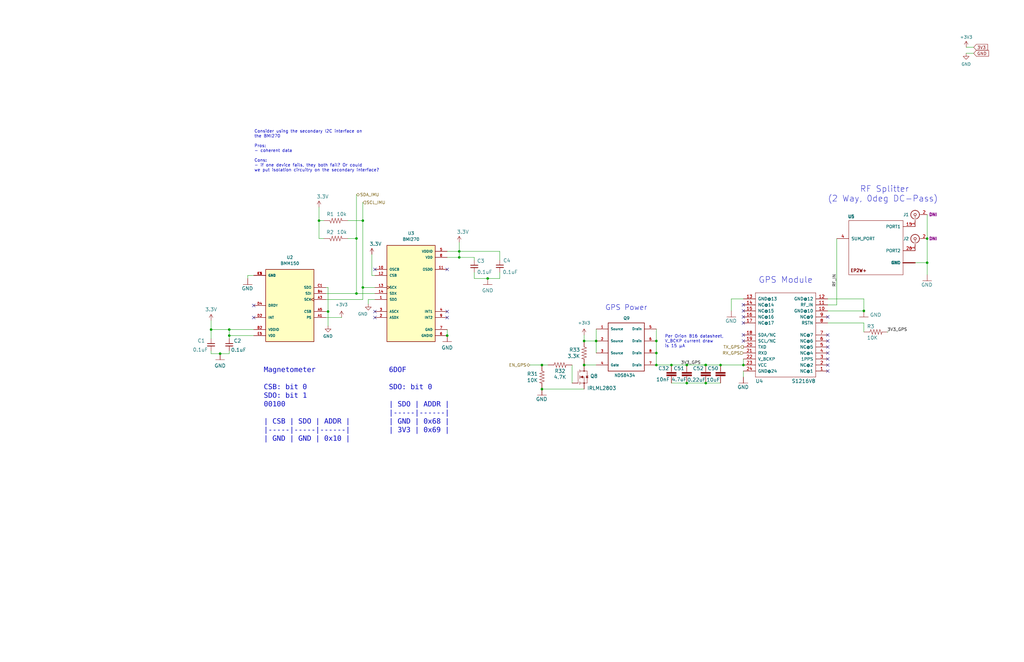
<source format=kicad_sch>
(kicad_sch (version 20230121) (generator eeschema)
  (paper "USLedger")
  (lib_symbols
    (symbol "Connector:Conn_Coaxial" (pin_names (offset 1.016) hide)
      (property "Reference" "J" (at 0.254 3.048 0))
      (property "Value" "Conn_Coaxial" (at 2.921 0 90))
      (symbol "Conn_Coaxial_0_1"
        (arc (start -1.778 -0.508) (mid 0.2311 -1.8066) (end 1.778 0) (stroke (width 0.254)))
        (polyline (pts (xy -2.54 0) (xy -0.508 0)))
        (polyline (pts (xy 0 -2.54) (xy 0 -1.778)))
        (circle (center 0 0) (radius 0.508) (stroke (width 0.2032)))
        (arc (start 1.778 0) (mid 0.2099 1.8101) (end -1.778 0.508) (stroke (width 0.254)))
      )
      (symbol "Conn_Coaxial_1_1"
        (pin passive line (at -5.08 0 0) (length 2.54) (name "In") (number "1"))
        (pin passive line (at 0 -5.08 90) (length 2.54) (name "Ext") (number "2"))
      )
    )
    (symbol "GND_2" (power) (pin_names (offset 0))
      (property "Value" "GND_2" (at 0 -3.81 0))
      (symbol "GND_2_0_1"
        (polyline (pts (xy 0 0) (xy 0 -1.27) (xy 1.27 -1.27) (xy 0 -2.54) (xy -1.27 -1.27) (xy 0 -1.27)))
      )
      (symbol "GND_2_1_1"
        (pin power_in line (at 0 0 270) (length 0) hide (name "GND") (number "1"))
      )
    )
    (symbol "mainboard:10KOHM-1_10W-1%(0603)0603" (pin_names (offset 1.016))
      (property "Reference" "R" (at -3.81 1.4986 0))
      (property "Value" "10KOHM-1_10W-1%(0603)0603" (at -3.81 -3.302 0))
      (symbol "10KOHM-1_10W-1%(0603)0603_1_0"
        (polyline (pts (xy -2.54 0) (xy -2.159 1.016)))
        (polyline (pts (xy -2.159 1.016) (xy -1.524 -1.016)))
        (polyline (pts (xy -1.524 -1.016) (xy -0.889 1.016)))
        (polyline (pts (xy -0.889 1.016) (xy -0.254 -1.016)))
        (polyline (pts (xy -0.254 -1.016) (xy 0.381 1.016)))
        (polyline (pts (xy 0.381 1.016) (xy 1.016 -1.016)))
        (polyline (pts (xy 1.016 -1.016) (xy 1.651 1.016)))
        (polyline (pts (xy 1.651 1.016) (xy 2.286 -1.016)))
        (polyline (pts (xy 2.286 -1.016) (xy 2.54 0)))
        (pin passive line (at -5.08 0 0) (length 2.54) (name "1") (number "1"))
        (pin passive line (at 5.08 0 180) (length 2.54) (name "2") (number "2"))
      )
    )
    (symbol "mainboard:3.3V" (power) (pin_names (offset 1.016))
      (property "Value" "3.3V" (at -1.016 3.556 0))
      (symbol "3.3V_1_0"
        (polyline (pts (xy 0 2.54) (xy -0.762 1.27)))
        (polyline (pts (xy 0.762 1.27) (xy 0 2.54)))
        (pin power_in line (at 0 0 90) (length 2.54) (name "3.3V") (number "1"))
      )
    )
    (symbol "mainboard:BMI270" (pin_names (offset 1.016))
      (property "Reference" "U" (at -10.16 21.082 0))
      (property "Value" "BMI270" (at -10.16 -22.86 0))
      (symbol "BMI270_0_0"
        (rectangle (start -10.16 -20.32) (end 10.16 20.32) (stroke (width 0.254)) (fill (type background)))
        (pin bidirectional line (at -15.24 -2.54 0) (length 5.08) (name "SDO") (number "1"))
        (pin input line (at -15.24 10.16 0) (length 5.08) (name "OSCB") (number "10"))
        (pin output line (at 15.24 10.16 180) (length 5.08) (name "OSDO") (number "11"))
        (pin input line (at -15.24 7.62 0) (length 5.08) (name "CSB") (number "12"))
        (pin input clock (at -15.24 2.54 0) (length 5.08) (name "SCX") (number "13"))
        (pin bidirectional line (at -15.24 0 0) (length 5.08) (name "SDX") (number "14"))
        (pin bidirectional line (at -15.24 -10.16 0) (length 5.08) (name "ASDX") (number "2"))
        (pin bidirectional line (at -15.24 -7.62 0) (length 5.08) (name "ASCX") (number "3"))
        (pin bidirectional line (at 15.24 -7.62 180) (length 5.08) (name "INT1") (number "4"))
        (pin power_in line (at 15.24 17.78 180) (length 5.08) (name "VDDIO") (number "5"))
        (pin power_in line (at 15.24 -17.78 180) (length 5.08) (name "GNDIO") (number "6"))
        (pin power_in line (at 15.24 -15.24 180) (length 5.08) (name "GND") (number "7"))
        (pin power_in line (at 15.24 15.24 180) (length 5.08) (name "VDD") (number "8"))
        (pin bidirectional line (at 15.24 -10.16 180) (length 5.08) (name "INT2") (number "9"))
      )
    )
    (symbol "mainboard:BMM150" (pin_names (offset 1.016))
      (property "Reference" "U" (at -10.16 16.51 0))
      (property "Value" "BMM150" (at -10.16 -16.51 0))
      (symbol "BMM150_0_0"
        (rectangle (start -10.16 -15.24) (end 10.16 15.24) (stroke (width 0.254)) (fill (type background)))
        (pin input line (at -15.24 5.08 0) (length 5.08) (name "PS") (number "A1"))
        (pin input clock (at -15.24 -2.54 0) (length 5.08) (name "SCK") (number "A3"))
        (pin input line (at -15.24 2.54 0) (length 5.08) (name "CSB") (number "A5"))
        (pin power_in line (at 15.24 10.16 180) (length 5.08) (name "VDDIO") (number "B2"))
        (pin bidirectional line (at -15.24 -5.08 0) (length 5.08) (name "SDI") (number "B4"))
        (pin output line (at -15.24 -7.62 0) (length 5.08) (name "SDO") (number "C1"))
        (pin power_in line (at 15.24 -12.7 180) (length 5.08) (name "GND") (number "C5"))
        (pin output line (at 15.24 5.08 180) (length 5.08) (name "INT") (number "D2"))
        (pin output line (at 15.24 0 180) (length 5.08) (name "DRDY") (number "D4"))
        (pin power_in line (at 15.24 -12.7 180) (length 5.08) (name "GND") (number "E1"))
        (pin power_in line (at 15.24 -12.7 180) (length 5.08) (name "GND") (number "E3"))
        (pin power_in line (at 15.24 12.7 180) (length 5.08) (name "VDD") (number "E5"))
      )
    )
    (symbol "mainboard:C_Small" (pin_numbers hide) (pin_names (offset 0.254) hide)
      (property "Reference" "C" (at 0.254 1.778 0))
      (property "Value" "C_Small" (at 0.254 -2.032 0))
      (symbol "C_Small_0_1"
        (polyline (pts (xy -1.524 -0.508) (xy 1.524 -0.508)) (stroke (width 0.3302)))
        (polyline (pts (xy -1.524 0.508) (xy 1.524 0.508)) (stroke (width 0.3048)))
      )
      (symbol "C_Small_1_1"
        (pin passive line (at 0 2.54 270) (length 2.032) (name "~") (number "1"))
        (pin passive line (at 0 -2.54 90) (length 2.032) (name "~") (number "2"))
      )
    )
    (symbol "mainboard:EP2W+" (pin_names (offset 1.016))
      (property "Reference" "U" (at -7.62 10.16 0))
      (symbol "EP2W+_1_0"
        (polyline (pts (xy -12.7 -15.24) (xy -12.7 7.62)))
        (polyline (pts (xy -12.7 7.62) (xy 10.16 7.62)))
        (polyline (pts (xy 10.16 -15.24) (xy -12.7 -15.24)))
        (polyline (pts (xy 10.16 7.62) (xy 10.16 -15.24)))
        (text "EP2W+" (at -5.08 -12.7 0) (effects (font (size 1.27 1.27) bold) (justify right top)))
        (pin bidirectional line (at 15.24 -10.16 180) (length 5.08) (name "GND") (number "1"))
        (pin bidirectional line (at 15.24 -10.16 180) (length 5.08) (name "GND") (number "10"))
        (pin bidirectional line (at 15.24 -10.16 180) (length 5.08) (name "GND") (number "11"))
        (pin bidirectional line (at 15.24 -10.16 180) (length 5.08) (name "GND") (number "12"))
        (pin bidirectional line (at 15.24 -10.16 180) (length 5.08) (name "GND") (number "13"))
        (pin bidirectional line (at 15.24 -10.16 180) (length 5.08) (name "GND") (number "14"))
        (pin bidirectional line (at 15.24 5.08 180) (length 5.08) (name "PORT1") (number "15"))
        (pin bidirectional line (at 15.24 -10.16 180) (length 5.08) (name "GND") (number "16"))
        (pin bidirectional line (at 15.24 -10.16 180) (length 5.08) (name "GND") (number "17"))
        (pin bidirectional line (at 15.24 -10.16 180) (length 5.08) (name "GND") (number "18"))
        (pin bidirectional line (at 15.24 -10.16 180) (length 5.08) (name "GND") (number "19"))
        (pin bidirectional line (at 15.24 -10.16 180) (length 5.08) (name "GND") (number "2"))
        (pin bidirectional line (at 15.24 -10.16 180) (length 5.08) (name "GND") (number "20"))
        (pin bidirectional line (at 15.24 -10.16 180) (length 5.08) (name "GND") (number "21"))
        (pin bidirectional line (at 15.24 -10.16 180) (length 5.08) (name "GND") (number "22"))
        (pin bidirectional line (at 15.24 -10.16 180) (length 5.08) (name "GND") (number "23"))
        (pin bidirectional line (at 15.24 -10.16 180) (length 5.08) (name "GND") (number "24"))
        (pin bidirectional line (at 15.24 -10.16 180) (length 5.08) (name "GND") (number "25"))
        (pin bidirectional line (at 15.24 -5.08 180) (length 5.08) (name "PORT2") (number "26"))
        (pin bidirectional line (at 15.24 -10.16 180) (length 5.08) (name "GND") (number "27"))
        (pin bidirectional line (at 15.24 -10.16 180) (length 5.08) (name "GND") (number "28"))
        (pin bidirectional line (at 15.24 -10.16 180) (length 5.08) (name "GND") (number "29"))
        (pin bidirectional line (at 15.24 -10.16 180) (length 5.08) (name "GND") (number "3"))
        (pin bidirectional line (at 15.24 -10.16 180) (length 5.08) (name "GND") (number "30"))
        (pin bidirectional line (at 15.24 -10.16 180) (length 5.08) (name "GND") (number "31"))
        (pin bidirectional line (at 15.24 -10.16 180) (length 5.08) (name "GND") (number "32"))
        (pin bidirectional line (at -17.78 0 0) (length 5.08) (name "SUM_PORT") (number "4"))
        (pin bidirectional line (at 15.24 -10.16 180) (length 5.08) (name "GND") (number "5"))
        (pin bidirectional line (at 15.24 -10.16 180) (length 5.08) (name "GND") (number "6"))
        (pin bidirectional line (at 15.24 -10.16 180) (length 5.08) (name "GND") (number "7"))
        (pin bidirectional line (at 15.24 -10.16 180) (length 5.08) (name "GND") (number "8"))
        (pin bidirectional line (at 15.24 -10.16 180) (length 5.08) (name "GND") (number "9"))
        (pin bidirectional line (at 15.24 -10.16 180) (length 5.08) (name "GND") (number "EP"))
      )
    )
    (symbol "mainboard:GND" (power) (pin_names (offset 1.016))
      (property "Value" "GND" (at -2.54 -2.54 0))
      (symbol "GND_1_0"
        (polyline (pts (xy -1.905 0) (xy 1.905 0)))
        (pin power_in line (at 0 2.54 270) (length 2.54) (name "GND") (number "1"))
      )
    )
    (symbol "mainboard:IRLML2803TRPBF" (pin_names (offset 1.016))
      (property "Reference" "Q" (at -11.43 1.27 0))
      (property "Value" "IRLML2803TRPBF" (at -11.43 3.81 0))
      (symbol "IRLML2803TRPBF_1_0"
        (polyline (pts (xy 0 2.54) (xy 0 -2.54)))
        (polyline (pts (xy 0.762 -2.54) (xy 0.762 -3.175)))
        (polyline (pts (xy 0.762 -1.905) (xy 0.762 -2.54)))
        (polyline (pts (xy 0.762 0) (xy 0.762 -0.762)))
        (polyline (pts (xy 0.762 0) (xy 2.54 0)))
        (polyline (pts (xy 0.762 0.762) (xy 0.762 0)))
        (polyline (pts (xy 0.762 2.54) (xy 0.762 1.905)))
        (polyline (pts (xy 0.762 2.54) (xy 3.81 2.54)))
        (polyline (pts (xy 0.762 3.175) (xy 0.762 2.54)))
        (polyline (pts (xy 2.54 -2.54) (xy 0.762 -2.54)))
        (polyline (pts (xy 2.54 -2.54) (xy 3.81 -2.54)))
        (polyline (pts (xy 2.54 0) (xy 2.54 -2.54)))
        (polyline (pts (xy 3.302 0.508) (xy 3.81 0.508)))
        (polyline (pts (xy 3.81 -0.508) (xy 3.81 -2.54)))
        (polyline (pts (xy 3.81 0.508) (xy 3.81 -0.508)))
        (polyline (pts (xy 3.81 0.508) (xy 4.318 0.508)))
        (polyline (pts (xy 3.81 2.54) (xy 3.81 0.508)))
        (polyline (pts (xy 1.016 0) (xy 2.032 0.508) (xy 2.032 -0.508)) (fill (type outline)))
        (polyline (pts (xy 3.81 0.508) (xy 3.302 -0.254) (xy 4.318 -0.254)) (fill (type outline)))
        (circle (center 2.54 -2.54) (radius 0.254))
        (circle (center 2.54 2.54) (radius 0.254))
        (pin passive line (at -2.54 -2.54 0) (length 2.54) (name "G") (number "1"))
        (pin passive line (at 2.54 -5.08 90) (length 2.54) (name "S") (number "2"))
        (pin passive line (at 2.54 5.08 270) (length 2.54) (name "D") (number "3"))
      )
    )
    (symbol "mainboard:NDS8434" (pin_names (offset 1.016))
      (symbol "NDS8434_0_0"
        (polyline (pts (xy -7.62 -10.16) (xy -7.62 10.16)) (stroke (width 0.254)))
        (polyline (pts (xy -7.62 10.16) (xy 7.62 10.16)) (stroke (width 0.254)))
        (polyline (pts (xy 7.62 -10.16) (xy -7.62 -10.16)) (stroke (width 0.254)))
        (polyline (pts (xy 7.62 10.16) (xy 7.62 -10.16)) (stroke (width 0.254)))
        (pin bidirectional line (at -12.7 7.62 0) (length 5.08) (name "Source") (number "1"))
        (pin bidirectional line (at -12.7 2.54 0) (length 5.08) (name "Source") (number "2"))
        (pin bidirectional line (at -12.7 -2.54 0) (length 5.08) (name "Source") (number "3"))
        (pin bidirectional line (at -12.7 -7.62 0) (length 5.08) (name "Gate") (number "4"))
        (pin bidirectional line (at 12.7 7.62 180) (length 5.08) (name "Drain") (number "5"))
        (pin bidirectional line (at 12.7 2.54 180) (length 5.08) (name "Drain") (number "6"))
        (pin bidirectional line (at 12.7 -7.62 180) (length 5.08) (name "Drain") (number "7"))
        (pin bidirectional line (at 12.7 -2.54 180) (length 5.08) (name "Drain") (number "8"))
      )
    )
    (symbol "mainboard:R-US_R0603" (pin_names (offset 1.016))
      (property "Reference" "R" (at -3.81 1.4986 0))
      (property "Value" "R-US_R0603" (at -3.81 -3.302 0))
      (symbol "R-US_R0603_1_0"
        (polyline (pts (xy -2.54 0) (xy -2.159 1.016)))
        (polyline (pts (xy -2.159 1.016) (xy -1.524 -1.016)))
        (polyline (pts (xy -1.524 -1.016) (xy -0.889 1.016)))
        (polyline (pts (xy -0.889 1.016) (xy -0.254 -1.016)))
        (polyline (pts (xy -0.254 -1.016) (xy 0.381 1.016)))
        (polyline (pts (xy 0.381 1.016) (xy 1.016 -1.016)))
        (polyline (pts (xy 1.016 -1.016) (xy 1.651 1.016)))
        (polyline (pts (xy 1.651 1.016) (xy 2.286 -1.016)))
        (polyline (pts (xy 2.286 -1.016) (xy 2.54 0)))
        (pin passive line (at -5.08 0 0) (length 2.54) (name "1") (number "1"))
        (pin passive line (at 5.08 0 180) (length 2.54) (name "2") (number "2"))
      )
    )
    (symbol "mainboard:S1216V8" (pin_names (offset 1.016))
      (property "Reference" "U14" (at -12.7 -20.32 0))
      (property "Value" "S1216V8" (at 2.54 -20.32 0))
      (symbol "S1216V8_1_0"
        (polyline (pts (xy -12.7 -17.78) (xy 12.7 -17.78)))
        (polyline (pts (xy -12.7 17.78) (xy -12.7 -17.78)))
        (polyline (pts (xy 12.7 -17.78) (xy 12.7 17.78)))
        (polyline (pts (xy 12.7 17.78) (xy -12.7 17.78)))
        (pin bidirectional line (at 17.78 -15.24 180) (length 5.08) (name "NC@1") (number "1"))
        (pin bidirectional line (at 17.78 10.16 180) (length 5.08) (name "GND@10") (number "10"))
        (pin bidirectional line (at 17.78 12.7 180) (length 5.08) (name "RF_IN") (number "11"))
        (pin bidirectional line (at 17.78 15.24 180) (length 5.08) (name "GND@12") (number "12"))
        (pin bidirectional line (at -17.78 15.24 0) (length 5.08) (name "GND@13") (number "13"))
        (pin bidirectional line (at -17.78 12.7 0) (length 5.08) (name "NC@14") (number "14"))
        (pin bidirectional line (at -17.78 10.16 0) (length 5.08) (name "NC@15") (number "15"))
        (pin bidirectional line (at -17.78 7.62 0) (length 5.08) (name "NC@16") (number "16"))
        (pin bidirectional line (at -17.78 5.08 0) (length 5.08) (name "NC@17") (number "17"))
        (pin bidirectional line (at -17.78 0 0) (length 5.08) (name "SDA/NC") (number "18"))
        (pin bidirectional line (at -17.78 -2.54 0) (length 5.08) (name "SCL/NC") (number "19"))
        (pin bidirectional line (at 17.78 -12.7 180) (length 5.08) (name "NC@2") (number "2"))
        (pin bidirectional line (at -17.78 -5.08 0) (length 5.08) (name "TXD") (number "20"))
        (pin bidirectional line (at -17.78 -7.62 0) (length 5.08) (name "RXD") (number "21"))
        (pin bidirectional line (at -17.78 -10.16 0) (length 5.08) (name "V_BCKP") (number "22"))
        (pin bidirectional line (at -17.78 -12.7 0) (length 5.08) (name "VCC") (number "23"))
        (pin bidirectional line (at -17.78 -15.24 0) (length 5.08) (name "GND@24") (number "24"))
        (pin bidirectional line (at 17.78 -10.16 180) (length 5.08) (name "1PPS") (number "3"))
        (pin bidirectional line (at 17.78 -7.62 180) (length 5.08) (name "NC@4") (number "4"))
        (pin bidirectional line (at 17.78 -5.08 180) (length 5.08) (name "NC@5") (number "5"))
        (pin bidirectional line (at 17.78 -2.54 180) (length 5.08) (name "NC@6") (number "6"))
        (pin bidirectional line (at 17.78 0 180) (length 5.08) (name "NC@7") (number "7"))
        (pin bidirectional line (at 17.78 5.08 180) (length 5.08) (name "RSTN") (number "8"))
        (pin bidirectional line (at 17.78 7.62 180) (length 5.08) (name "NC@9") (number "9"))
      )
    )
    (symbol "power:+3V3" (power) (pin_names (offset 0))
      (property "Value" "+3V3" (at 0 3.556 0))
      (symbol "+3V3_0_1"
        (polyline (pts (xy -0.762 1.27) (xy 0 2.54)))
        (polyline (pts (xy 0 0) (xy 0 2.54)))
        (polyline (pts (xy 0 2.54) (xy 0.762 1.27)))
      )
      (symbol "+3V3_1_1"
        (pin power_in line (at 0 0 90) (length 0) hide (name "+3V3") (number "1"))
      )
    )
    (symbol "power:GND" (power) (pin_names (offset 0))
      (property "Value" "GND" (at 0 -3.81 0))
      (symbol "GND_0_1"
        (polyline (pts (xy 0 0) (xy 0 -1.27) (xy 1.27 -1.27) (xy 0 -2.54) (xy -1.27 -1.27) (xy 0 -1.27)))
      )
      (symbol "GND_1_1"
        (pin power_in line (at 0 0 270) (length 0) hide (name "GND") (number "1"))
      )
    )
    (symbol "pycubed_mainboard:10NF_10000PF-50V-10%(0603)" (pin_names (offset 1.016))
      (property "Reference" "C" (at 1.524 2.921 0))
      (property "Value" "10NF_10000PF-50V-10%(0603)" (at 1.524 -2.159 0))
      (symbol "10NF_10000PF-50V-10%(0603)_1_0"
        (rectangle (start -2.032 0.508) (end 2.032 1.016) (fill (type outline)))
        (rectangle (start -2.032 1.524) (end 2.032 2.032) (fill (type outline)))
        (polyline (pts (xy 0 0) (xy 0 0.508)))
        (polyline (pts (xy 0 2.54) (xy 0 2.032)))
        (pin passive line (at 0 5.08 270) (length 2.54) (name "1") (number "1"))
        (pin passive line (at 0 -2.54 90) (length 2.54) (name "2") (number "2"))
      )
    )
  )
  (junction (at 390.9568 100.711))
  (junction (at 150.3172 100.6348))
  (junction (at 89.0016 139.0904))
  (junction (at 153.0096 121.3104))
  (junction (at 297.5356 154.0256))
  (junction (at 228.5238 164.211))
  (junction (at 390.9568 110.871))
  (junction (at 283.1338 154.051))
  (junction (at 96.6724 141.6304))
  (junction (at 289.6108 154.051))
  (junction (at 251.3838 143.891))
  (junction (at 193.6496 106.0704))
  (junction (at 153.0096 93.1164))
  (junction (at 150.3172 123.8504))
  (junction (at 297.6118 161.671))
  (junction (at 92.8116 149.2504))
  (junction (at 138.3284 131.4704))
  (junction (at 134.5184 93.1164))
  (junction (at 276.7838 148.971))
  (junction (at 96.6724 139.0904))
  (junction (at 276.7838 143.891))
  (junction (at 289.6108 161.671))
  (junction (at 246.3038 154.051))
  (junction (at 313.4868 154.051))
  (junction (at 205.6384 117.5004))
  (junction (at 364.2868 131.191))
  (junction (at 303.8348 154.051))
  (junction (at 193.6496 108.6104))
  (junction (at 228.5238 154.051))
  (junction (at 246.3038 143.891))
  (junction (at 297.6118 154.051))
  (junction (at 276.7838 154.051))
  (junction (at 188.5696 141.6304))
  (no_connect (at 313.4868 131.191))
  (no_connect (at 106.9848 128.9304))
  (no_connect (at 349.0468 133.731))
  (no_connect (at 349.0468 148.971))
  (no_connect (at 188.5696 134.0104))
  (no_connect (at 158.0896 134.0104))
  (no_connect (at 349.0468 154.051))
  (no_connect (at 313.4868 141.351))
  (no_connect (at 158.0896 113.6904))
  (no_connect (at 188.5696 131.4704))
  (no_connect (at 349.0468 141.351))
  (no_connect (at 313.4868 128.651))
  (no_connect (at 313.4868 133.731))
  (no_connect (at 106.9848 134.0104))
  (no_connect (at 349.0468 156.591))
  (no_connect (at 349.0468 146.431))
  (no_connect (at 313.4868 143.891))
  (no_connect (at 349.0468 151.511))
  (no_connect (at 158.0896 131.4704))
  (no_connect (at 349.0468 143.891))
  (no_connect (at 313.4868 136.271))
  (no_connect (at 188.5696 113.6904))
  (wire (pts (xy 231.0638 154.051) (xy 228.5238 154.051)))
  (wire (pts (xy 385.8768 110.871) (xy 390.9568 110.871)))
  (wire (pts (xy 210.7692 117.5004) (xy 210.7692 114.9096)))
  (wire (pts (xy 158.0896 116.2304) (xy 156.8196 116.2304)))
  (wire (pts (xy 96.6724 149.2504) (xy 96.6724 148.0312)))
  (wire (pts (xy 153.0096 126.3904) (xy 153.0096 121.3104)))
  (wire (pts (xy 106.9848 116.2304) (xy 104.4448 116.2304)))
  (wire (pts (xy 137.4648 121.3104) (xy 138.3284 121.3104)))
  (wire (pts (xy 153.0096 93.1164) (xy 153.0096 121.3104)))
  (wire (pts (xy 193.6496 108.6104) (xy 193.6496 106.0704)))
  (wire (pts (xy 96.6724 139.0904) (xy 96.6724 141.6304)))
  (wire (pts (xy 352.8568 100.711) (xy 352.8568 128.651)))
  (wire (pts (xy 246.3038 164.211) (xy 228.5238 164.211)))
  (wire (pts (xy 136.5504 100.6348) (xy 134.5184 100.6348)))
  (wire (pts (xy 134.5184 100.6348) (xy 134.5184 93.1164)))
  (wire (pts (xy 153.0096 121.3104) (xy 158.0896 121.3104)))
  (wire (pts (xy 153.0096 85.4456) (xy 153.0096 93.1164)))
  (wire (pts (xy 276.7838 138.811) (xy 276.7838 143.891)))
  (wire (pts (xy 136.5504 93.1164) (xy 134.5184 93.1164)))
  (wire (pts (xy 210.7692 106.0704) (xy 210.7692 109.8296)))
  (wire (pts (xy 390.9568 100.711) (xy 390.9568 110.871)))
  (wire (pts (xy 188.5696 139.0904) (xy 188.5696 141.6304)))
  (wire (pts (xy 144.018 134.0104) (xy 144.018 133.858)))
  (wire (pts (xy 137.4648 131.4704) (xy 138.3284 131.4704)))
  (wire (pts (xy 199.9996 117.5004) (xy 205.6384 117.5004)))
  (wire (pts (xy 283.1338 161.671) (xy 289.6108 161.671)))
  (wire (pts (xy 104.4448 116.2304) (xy 104.4448 117.5004)))
  (wire (pts (xy 89.0016 149.2504) (xy 92.8116 149.2504)))
  (wire (pts (xy 407.416 19.9644) (xy 410.591 19.9644)))
  (wire (pts (xy 96.6724 141.6304) (xy 106.9848 141.6304)))
  (wire (pts (xy 89.0016 135.2296) (xy 89.0016 139.0904)))
  (wire (pts (xy 137.4648 123.8504) (xy 150.3172 123.8504)))
  (wire (pts (xy 188.5696 108.6104) (xy 193.6496 108.6104)))
  (wire (pts (xy 349.0468 136.271) (xy 364.2868 136.271)))
  (wire (pts (xy 276.7838 143.891) (xy 276.7838 148.971)))
  (wire (pts (xy 251.3838 148.971) (xy 251.3838 143.891)))
  (wire (pts (xy 210.7692 106.0704) (xy 193.6496 106.0704)))
  (wire (pts (xy 89.0016 148.0312) (xy 89.0016 149.2504)))
  (wire (pts (xy 297.6118 161.671) (xy 303.8348 161.671)))
  (wire (pts (xy 364.2868 126.111) (xy 364.2868 131.191)))
  (wire (pts (xy 155.2956 128.3208) (xy 155.2956 126.3904)))
  (wire (pts (xy 228.5238 154.051) (xy 223.4438 154.051)))
  (wire (pts (xy 138.3284 131.4704) (xy 138.3284 137.5664)))
  (wire (pts (xy 276.7838 148.971) (xy 276.7838 154.051)))
  (wire (pts (xy 150.3172 100.6348) (xy 150.3172 123.8504)))
  (wire (pts (xy 138.3284 121.3104) (xy 138.3284 131.4704)))
  (wire (pts (xy 390.9568 110.871) (xy 390.9568 115.951)))
  (wire (pts (xy 308.4068 126.111) (xy 308.4068 131.191)))
  (wire (pts (xy 92.8116 149.2504) (xy 96.6724 149.2504)))
  (wire (pts (xy 295.5036 154.0256) (xy 297.5356 154.0256)))
  (wire (pts (xy 150.3172 82.1436) (xy 150.3172 100.6348)))
  (wire (pts (xy 137.4648 126.3904) (xy 153.0096 126.3904)))
  (wire (pts (xy 297.6118 154.051) (xy 303.8348 154.051)))
  (wire (pts (xy 146.7104 100.6348) (xy 150.3172 100.6348)))
  (wire (pts (xy 137.4648 134.0104) (xy 144.018 134.0104)))
  (wire (pts (xy 199.9996 117.5004) (xy 199.9996 114.9604)))
  (wire (pts (xy 246.3038 143.891) (xy 246.3038 141.351)))
  (wire (pts (xy 156.8196 107.3404) (xy 156.8196 116.2304)))
  (wire (pts (xy 289.6108 154.051) (xy 297.5356 154.0256)))
  (wire (pts (xy 251.3838 154.051) (xy 246.3038 154.051)))
  (wire (pts (xy 349.0468 126.111) (xy 364.2868 126.111)))
  (wire (pts (xy 158.0896 123.8504) (xy 150.3172 123.8504)))
  (wire (pts (xy 193.6496 102.2604) (xy 193.6496 106.0704)))
  (wire (pts (xy 199.9996 109.8804) (xy 199.9996 108.6104)))
  (wire (pts (xy 390.9568 90.551) (xy 390.9568 100.711)))
  (wire (pts (xy 205.6384 117.5004) (xy 210.7692 117.5004)))
  (wire (pts (xy 89.0016 139.0904) (xy 96.6724 139.0904)))
  (wire (pts (xy 96.6724 139.0904) (xy 106.9848 139.0904)))
  (wire (pts (xy 364.2868 136.271) (xy 364.2868 140.081)))
  (wire (pts (xy 146.7104 93.1164) (xy 153.0096 93.1164)))
  (wire (pts (xy 289.6108 161.671) (xy 297.6118 161.671)))
  (wire (pts (xy 251.3838 143.891) (xy 251.3838 138.811)))
  (wire (pts (xy 134.5184 87.376) (xy 134.5184 93.1164)))
  (wire (pts (xy 283.1338 154.051) (xy 289.6108 154.051)))
  (wire (pts (xy 193.6496 106.0704) (xy 188.5696 106.0704)))
  (wire (pts (xy 241.2238 161.671) (xy 241.2238 154.051)))
  (wire (pts (xy 193.6496 108.6104) (xy 199.9996 108.6104)))
  (wire (pts (xy 297.5356 154.0256) (xy 297.6118 154.051)))
  (wire (pts (xy 251.3838 143.891) (xy 246.3038 143.891)))
  (wire (pts (xy 313.4868 151.511) (xy 313.4868 154.051)))
  (wire (pts (xy 303.8348 154.051) (xy 313.4868 154.051)))
  (wire (pts (xy 276.7838 154.051) (xy 283.1338 154.051)))
  (wire (pts (xy 313.4868 156.591) (xy 313.4868 159.131)))
  (wire (pts (xy 374.4468 140.081) (xy 374.142 140.081)))
  (wire (pts (xy 364.2868 131.191) (xy 349.0468 131.191)))
  (wire (pts (xy 89.0016 139.0904) (xy 89.0016 142.9512)))
  (wire (pts (xy 155.2956 126.3904) (xy 158.0896 126.3904)))
  (wire (pts (xy 407.3906 22.5044) (xy 410.591 22.5044)))
  (wire (pts (xy 349.0468 128.651) (xy 352.8568 128.651)))
  (wire (pts (xy 96.6724 142.9512) (xy 96.6724 141.6304)))
  (wire (pts (xy 313.4868 126.111) (xy 308.4068 126.111)))
  (text "GPS Module" (at 319.8368 119.761 0) (effects (font (size 2.54 2.54)) (justify left bottom)))
  (text "6DOF\n\nSDO: bit 0\n\n| SDO | ADDR |\n|-----|------|\n| GND | 0x68 |\n| 3V3 | 0x69 |" (at 164.0332 183.5404 0) (effects (font (size 2.159 2.159)) (justify left bottom)))
  (text "GPS Power" (at 255.1938 131.191 0) (effects (font (size 2.159 2.159)) (justify left bottom)))
  (text "Consider using the secondary I2C interface on\nthe BMI270\n\nPros:\n- coherent data\n\nCons:\n- if one device fails, they both fail? Or could \nwe put isolation circuitry on the secondary interface?" (at 107.188 72.644 0) (effects (font (size 1.27 1.27)) (justify left bottom)))
  (text "Per Orion B16 datasheet, \nV_BCKP current draw \nis 15 μA" (at 280.3144 146.8628 0) (effects (font (size 1.27 1.27)) (justify left bottom)))
  (text "Magnetometer\n\nCSB: bit 0\nSDO: bit 1\n00100\n\n| CSB | SDO | ADDR |\n|-----|-----|------|\n| GND | GND | 0x10 |" (at 111.252 187.1472 0) (effects (font (size 2.159 2.159)) (justify left bottom)))
  (text "       RF Splitter \n(2 Way, 0deg DC-Pass)" (at 349.0468 85.471 0) (effects (font (size 2.54 2.54)) (justify left bottom)))
  (label "3V3_GPS" (at 295.5036 154.0256 180))
  (label "3V3_GPS" (at 374.142 140.081 0))
  (label "RF_IN" (at 352.8568 121.031 90))
  (global_label "3V3" (shape input) (at 410.591 19.9644 0) (property "Intersheetrefs" "${INTERSHEET_REFS}" (effects hide)))
  (global_label "GND" (shape input) (at 410.591 22.5044 0) (property "Intersheetrefs" "${INTERSHEET_REFS}" (effects hide)))
  (hierarchical_label "SCL_IMU" (shape input) (at 153.0096 85.4456 0))
  (hierarchical_label "EN_GPS" (shape bidirectional) (at 223.4438 154.051 180))
  (hierarchical_label "TX_GPS" (shape output) (at 313.4868 146.431 180))
  (hierarchical_label "SDA_IMU" (shape bidirectional) (at 150.3172 82.1436 0))
  (hierarchical_label "RX_GPS" (shape input) (at 313.4868 148.971 180))
  (symbol (lib_id "mainboard:C_Small") (at 199.9996 112.4204 0) (mirror y) (unit 1)
    (property "Reference" "C3" (at 204.3176 110.9472 0) (effects (font (size 1.4986 1.4986)) (justify left bottom)))
    (property "Value" "0.1uF" (at 207.6196 115.6716 0) (effects (font (size 1.4986 1.4986)) (justify left bottom)))
    (property "Footprint" "Capacitor_SMD:C_0603_1608Metric" (effects hide))
    (property "Description" "0.1uF +-10% 50V X7R 0603" (effects hide))
  )
  (symbol (lib_id "Connector:Conn_Coaxial") (at 385.8768 100.711 90) (unit 1)
    (property "Reference" "J2" (at 382.0668 100.711 90))
    (property "Value" "Amphenol_901-144" (effects hide))
    (property "Footprint" "mainboard:SMA_901-144-horizontal" (effects hide))
    (property "Datasheet" "https://www.amphenolrf.com/library/download/link/link_id/593640/parent/901-144/" (effects hide))
    (property "DNI" "DNI" (at 393.4968 100.711 90) (effects (font bold)))
    (property "Description" "Amphenol RF SMA " (effects hide))
    (property "Flight" "901-144" (effects hide))
    (property "Manufacturer_Name" "Amphenol" (effects hide))
    (property "Manufacturer_Part_Number" "901-144" (effects hide))
    (property "Proto" "901-144" (effects hide))
    (instances (project "adcs-hardware" (path "" (reference "J2") (unit 1))) (project "mainboard" (path "" (reference "J6") (unit 1))))
  )
  (symbol (lib_id "pycubed_mainboard:10NF_10000PF-50V-10%(0603)") (at 303.8348 159.131 0) (unit 1)
    (property "Reference" "C50" (at 298.3738 155.448 0) (effects (font (size 1.4986 1.4986)) (justify left)))
    (property "Value" "10uF" (at 297.8658 160.274 0) (effects (font (size 1.4986 1.4986)) (justify left)))
    (instances (project "adcs-hardware" (path "" (reference "C50") (unit 1)) (path "" (reference "C36") (unit 1))))
  )
  (symbol (lib_id "power:+3V3") (at 144.018 133.858 0) (unit 1)
    (property "Reference" "#PWR024" (effects hide))
    (property "Value" "+3V3" (at 144.018 128.5748 0))
  )
  (symbol (lib_id "mainboard:GND") (at 390.9568 118.491 0) (unit 1)
    (property "Reference" "#GND011" (effects hide))
    (property "Value" "GND" (at 388.4168 121.031 0) (effects (font (size 1.4986 1.4986)) (justify left bottom)))
    (instances (project "adcs-hardware" (path "" (reference "#GND011") (unit 1))) (project "mainboard" (path "" (reference "#GND044") (unit 1))))
  )
  (symbol (lib_id "pycubed_mainboard:10NF_10000PF-50V-10%(0603)") (at 283.1338 159.131 0) (unit 1)
    (property "Reference" "C32" (at 277.5458 155.448 0) (effects (font (size 1.4986 1.4986)) (justify left)))
    (property "Value" "10nF" (at 276.6568 160.147 0) (effects (font (size 1.4986 1.4986)) (justify left)))
    (instances (project "adcs-hardware" (path "" (reference "C32") (unit 1)) (path "" (reference "C33") (unit 1))))
  )
  (symbol (lib_id "mainboard:C_Small") (at 89.0016 145.4912 0) (mirror y) (unit 1)
    (property "Reference" "C1" (at 86.4616 144.6276 0) (effects (font (size 1.4986 1.4986)) (justify left bottom)))
    (property "Value" "0.1uF" (at 87.7316 148.4376 0) (effects (font (size 1.4986 1.4986)) (justify left bottom)))
    (property "Footprint" "Capacitor_SMD:C_0603_1608Metric" (effects hide))
    (property "Description" "0.1uF +-10% 50V X7R 0603" (effects hide))
  )
  (symbol (lib_id "mainboard:GND") (at 228.5238 166.751 0) (unit 1)
    (property "Reference" "#GND019" (effects hide))
    (property "Value" "GND" (at 225.9838 169.291 0) (effects (font (size 1.4986 1.4986)) (justify left bottom)))
    (instances (project "adcs-hardware" (path "" (reference "#GND019") (unit 1))) (project "mainboard" (path "" (reference "#GND020") (unit 1))))
  )
  (symbol (lib_id "Connector:Conn_Coaxial") (at 385.8768 90.551 90) (unit 1)
    (property "Reference" "J1" (at 382.0668 90.551 90))
    (property "Value" "Amphenol_901-144" (effects hide))
    (property "Footprint" "mainboard:SMA_901-144-horizontal" (effects hide))
    (property "Datasheet" "https://www.amphenolrf.com/library/download/link/link_id/593640/parent/901-144/" (effects hide))
    (property "DNI" "DNI" (at 393.4968 90.551 90) (effects (font bold)))
    (property "Description" "Amphenol RF SMA " (effects hide))
    (property "Flight" "901-144" (effects hide))
    (property "Manufacturer_Name" "Amphenol" (effects hide))
    (property "Manufacturer_Part_Number" "901-144" (effects hide))
    (property "Proto" "901-144" (effects hide))
    (instances (project "adcs-hardware" (path "" (reference "J1") (unit 1))) (project "mainboard" (path "" (reference "J5") (unit 1))))
  )
  (symbol (lib_id "mainboard:GND") (at 308.4068 133.731 0) (unit 1)
    (property "Reference" "#GND08" (effects hide))
    (property "Value" "GND" (at 305.8668 136.271 0) (effects (font (size 1.4986 1.4986)) (justify left bottom)))
    (instances (project "adcs-hardware" (path "" (reference "#GND08") (unit 1))) (project "mainboard" (path "" (reference "#GND042") (unit 1))))
  )
  (symbol (lib_id "mainboard:3.3V") (at 134.5184 87.376 0) (unit 1)
    (property "Reference" "#SUPPLY02" (effects hide))
    (property "Value" "3.3V" (at 133.5024 83.82 0) (effects (font (size 1.4986 1.4986)) (justify left bottom)))
    (instances (project "adcs-hardware" (path "" (reference "#SUPPLY02") (unit 1))) (project "Sensors" (path "" (reference "#SUPPLY0103") (unit 1))))
  )
  (symbol (lib_id "mainboard:R-US_R0603") (at 246.3038 148.971 270) (unit 1)
    (property "Reference" "R33" (at 244.602 147.6248 90) (effects (font (size 1.4986 1.4986)) (justify right)))
    (property "Value" "3.3K" (at 244.602 150.2918 90) (effects (font (size 1.4986 1.4986)) (justify right)))
    (property "Footprint" "Resistor_SMD:R_0603_1608Metric" (effects hide))
    (property "Description" "3.3K 0603" (effects hide))
    (instances (project "adcs-hardware" (path "" (reference "R33") (unit 1))) (project "mainboard" (path "" (reference "R23") (unit 1))))
  )
  (symbol (lib_id "power:+3V3") (at 246.3038 141.351 0) (unit 1)
    (property "Reference" "#PWR032" (effects hide))
    (property "Value" "+3V3" (at 246.3038 136.271 0))
  )
  (symbol (lib_id "mainboard:GND") (at 104.4448 120.0404 0) (unit 1)
    (property "Reference" "#GND02" (effects hide))
    (property "Value" "GND" (at 101.9048 122.5804 0) (effects (font (size 1.4986 1.4986)) (justify left bottom)))
    (instances (project "adcs-hardware" (path "" (reference "#GND02") (unit 1))) (project "Sensors" (path "" (reference "#GND0102") (unit 1))))
  )
  (symbol (lib_id "mainboard:C_Small") (at 96.6724 145.4912 0) (mirror y) (unit 1)
    (property "Reference" "C2" (at 101.7524 144.6784 0) (effects (font (size 1.4986 1.4986)) (justify left bottom)))
    (property "Value" "0.1uF" (at 103.8352 148.5392 0) (effects (font (size 1.4986 1.4986)) (justify left bottom)))
    (property "Footprint" "Capacitor_SMD:C_0603_1608Metric" (effects hide))
    (property "Description" "0.1uF +-10% 50V X7R 0603" (effects hide))
  )
  (symbol (lib_id "mainboard:3.3V") (at 193.6496 102.2604 0) (unit 1)
    (property "Reference" "#SUPPLY05" (effects hide))
    (property "Value" "3.3V" (at 192.6336 98.7044 0) (effects (font (size 1.4986 1.4986)) (justify left bottom)))
    (instances (project "adcs-hardware" (path "" (reference "#SUPPLY05") (unit 1))) (project "Sensors" (path "" (reference "#SUPPLY0102") (unit 1))))
  )
  (symbol (lib_id "mainboard:C_Small") (at 210.7692 112.3696 0) (mirror y) (unit 1)
    (property "Reference" "C4" (at 215.3412 110.7948 0) (effects (font (size 1.4986 1.4986)) (justify left bottom)))
    (property "Value" "0.1uF" (at 218.3892 115.6716 0) (effects (font (size 1.4986 1.4986)) (justify left bottom)))
    (property "Footprint" "Capacitor_SMD:C_0603_1608Metric" (effects hide))
    (property "Description" "0.1uF +-10% 50V X7R 0603" (effects hide))
  )
  (symbol (lib_id "mainboard:NDS8434") (at 264.0838 146.431 0) (unit 1)
    (property "Reference" "Q9" (at 262.8138 135.001 0) (effects (justify left bottom)))
    (property "Value" "NDS8434" (at 259.0038 159.131 0) (effects (justify left bottom)))
    (property "Footprint" "mainboard:NDS8434" (effects hide))
    (property "Datasheet" "https://www.onsemi.com/pdf/datasheet/nds8434-d.pdf" (effects hide))
    (property "Description" "P-Channel MOSFET" (effects hide))
    (property "Flight" "NDS8434" (effects hide))
    (property "Manufacturer_Name" "ON Semiconductor" (effects hide))
    (property "Manufacturer_Part_Number" "NDS8434" (effects hide))
    (property "Proto" "DMP2022LSS-13" (effects hide))
    (instances (project "adcs-hardware" (path "" (reference "Q9") (unit 1))) (project "mainboard" (path "" (reference "Q22") (unit 1))))
  )
  (symbol (lib_id "mainboard:GND") (at 313.4868 161.671 0) (unit 1)
    (property "Reference" "#GND09" (effects hide))
    (property "Value" "GND" (at 310.9468 164.211 0) (effects (font (size 1.4986 1.4986)) (justify left bottom)))
    (instances (project "adcs-hardware" (path "" (reference "#GND09") (unit 1))) (project "mainboard" (path "" (reference "#GND043") (unit 1))))
  )
  (symbol (lib_id "power:GND") (at 138.3284 137.5664 0) (unit 1)
    (property "Reference" "#PWR027" (effects hide))
    (property "Value" "GND" (at 138.2776 141.8844 0))
  )
  (symbol (lib_id "mainboard:GND") (at 205.6384 120.0404 0) (unit 1)
    (property "Reference" "#GND07" (effects hide))
    (property "Value" "GND" (at 205.6384 122.5804 0) (effects (font (size 1.4986 1.4986))))
    (instances (project "adcs-hardware" (path "" (reference "#GND07") (unit 1))) (project "Sensors" (path "" (reference "#GND0103") (unit 1))))
  )
  (symbol (lib_id "mainboard:R-US_R0603") (at 141.6304 93.1164 0) (mirror x) (unit 1)
    (property "Reference" "R1" (at 139.2428 90.3732 0) (effects (font (size 1.4986 1.4986))))
    (property "Value" "10k" (at 144.0688 90.3732 0) (effects (font (size 1.4986 1.4986))))
    (property "Footprint" "Resistor_SMD:R_0603_1608Metric" (effects hide))
    (property "Description" "10k 0603" (effects hide))
  )
  (symbol (lib_id "mainboard:BMI270") (at 173.3296 123.8504 0) (unit 1)
    (property "Reference" "U3" (at 173.3296 98.4504 0))
    (property "Value" "BMI270" (at 173.3296 100.9904 0))
    (property "Footprint" "Sensor_Motion:XDCR_BMI270" (effects hide))
    (property "PATREV" "1.0" (effects hide))
    (property "STANDARD" "Manufacturer Recommendations" (effects hide))
    (property "MAXIMUM_PACKAGE_HEIGHT" "0.87mm" (effects hide))
    (property "MANUFACTURER" "Bosch Sensortec" (effects hide))
    (instances (project "adcs-hardware" (path "" (reference "U3") (unit 1))) (project "Sensors" (path "" (reference "U01") (unit 1))))
  )
  (symbol (lib_id "mainboard:10KOHM-1_10W-1%(0603)0603") (at 369.3668 140.081 0) (unit 1)
    (property "Reference" "R3" (at 365.5568 138.5824 0) (effects (font (size 1.4986 1.4986)) (justify left bottom)))
    (property "Value" "10K" (at 365.5568 143.383 0) (effects (font (size 1.4986 1.4986)) (justify left bottom)))
    (property "Footprint" "Resistor_SMD:R_0603_1608Metric" (effects hide))
    (property "Description" "10K 0603" (effects hide))
    (instances (project "adcs-hardware" (path "" (reference "R3") (unit 1))) (project "mainboard" (path "" (reference "R24") (unit 1))))
  )
  (symbol (lib_id "mainboard:EP2W+") (at 370.6368 100.711 0) (unit 1)
    (property "Reference" "U5" (at 360.4768 90.551 0) (effects (font bold) (justify right top)))
    (property "Value" "EP2W+" (effects hide))
    (property "Footprint" "mainboard:QFN32-5X5MM" (effects hide))
    (property "Datasheet" "https://www.minicircuits.com/pdfs/EP2W+.pdf" (effects hide))
    (property "DNI" "DNI" (effects hide))
    (property "Description" "RF Splitter DC-Pass" (effects hide))
    (property "Flight" "EP2W+" (effects hide))
    (property "Manufacturer_Name" "Mini Circuits" (effects hide))
    (property "Manufacturer_Part_Number" "EP2W+" (effects hide))
    (instances (project "adcs-hardware" (path "" (reference "U5") (unit 1))) (project "mainboard" (path "" (reference "U13") (unit 1))))
  )
  (symbol (lib_id "mainboard:R-US_R0603") (at 141.6304 100.6348 0) (mirror x) (unit 1)
    (property "Reference" "R2" (at 139.192 97.9932 0) (effects (font (size 1.4986 1.4986))))
    (property "Value" "10k" (at 144.1704 97.9424 0) (effects (font (size 1.4986 1.4986))))
    (property "Footprint" "Resistor_SMD:R_0603_1608Metric" (effects hide))
    (property "Description" "10k 0603" (effects hide))
  )
  (symbol (lib_id "pycubed_mainboard:10NF_10000PF-50V-10%(0603)") (at 289.6108 159.131 0) (unit 1)
    (property "Reference" "C51" (at 284.0228 155.448 0) (effects (font (size 1.4986 1.4986)) (justify left)))
    (property "Value" "4.7uF" (at 283.1338 160.147 0) (effects (font (size 1.4986 1.4986)) (justify left)))
    (instances (project "adcs-hardware" (path "" (reference "C51") (unit 1)) (path "" (reference "C34") (unit 1))))
  )
  (symbol (lib_id "mainboard:R-US_R0603") (at 236.1438 154.051 0) (unit 1)
    (property "Reference" "R32" (at 236.1438 156.591 0) (effects (font (size 1.4986 1.4986))))
    (property "Value" "4.7K" (at 236.1438 159.131 0) (effects (font (size 1.4986 1.4986))))
    (property "Footprint" "Resistor_SMD:R_0603_1608Metric" (effects hide))
    (property "Description" "4.7K 0603" (effects hide))
    (instances (project "adcs-hardware" (path "" (reference "R32") (unit 1))) (project "mainboard" (path "" (reference "R22") (unit 1))))
  )
  (symbol (lib_id "power:+3V3") (at 407.416 19.9644 0) (unit 1)
    (property "Reference" "#PWR034" (effects hide))
    (property "Value" "+3V3" (at 407.416 15.6718 0))
    (instances (project "adcs-hardware" (path "" (reference "#PWR034") (unit 1)) (path "" (reference "#PWR036") (unit 1))))
  )
  (symbol (lib_id "mainboard:S1216V8") (at 331.2668 141.351 0) (unit 1)
    (property "Reference" "U4" (at 318.5668 161.671 0) (effects (font (size 1.4986 1.4986)) (justify left bottom)))
    (property "Value" "S1216V8" (at 333.8068 161.671 0) (effects (font (size 1.4986 1.4986)) (justify left bottom)))
    (property "Footprint" "mainboard:S1216_24PIN_PACKAGE" (effects hide))
    (instances (project "adcs-hardware" (path "" (reference "U4") (unit 1))) (project "mainboard" (path "" (reference "U14") (unit 1))))
  )
  (symbol (lib_name "GND_2") (lib_id "power:GND") (at 407.3906 22.5044 0) (unit 1)
    (property "Reference" "#PWR035" (effects hide))
    (property "Value" "GND" (at 407.3906 27.0764 0))
    (instances (project "adcs-hardware" (path "" (reference "#PWR035") (unit 1)) (path "" (reference "#PWR039") (unit 1))))
  )
  (symbol (lib_id "mainboard:3.3V") (at 156.8196 107.3404 0) (unit 1)
    (property "Reference" "#SUPPLY04" (effects hide))
    (property "Value" "3.3V" (at 155.8036 103.7844 0) (effects (font (size 1.4986 1.4986)) (justify left bottom)))
    (instances (project "adcs-hardware" (path "" (reference "#SUPPLY04") (unit 1))) (project "Sensors" (path "" (reference "#SUPPLY0104") (unit 1))))
  )
  (symbol (lib_id "mainboard:GND") (at 92.8116 151.7904 0) (unit 1)
    (property "Reference" "#GND01" (effects hide))
    (property "Value" "GND" (at 92.8116 154.3304 0) (effects (font (size 1.4986 1.4986))))
    (instances (project "adcs-hardware" (path "" (reference "#GND01") (unit 1))) (project "Sensors" (path "" (reference "#GND0101") (unit 1))))
  )
  (symbol (lib_id "pycubed_mainboard:10NF_10000PF-50V-10%(0603)") (at 297.6118 159.131 0) (unit 1)
    (property "Reference" "C52" (at 292.1508 155.448 0) (effects (font (size 1.4986 1.4986)) (justify left)))
    (property "Value" "0.22uF" (at 289.7378 160.274 0) (effects (font (size 1.4986 1.4986)) (justify left)))
    (instances (project "adcs-hardware" (path "" (reference "C52") (unit 1)) (path "" (reference "C35") (unit 1))))
  )
  (symbol (lib_id "mainboard:GND") (at 364.2868 133.731 0) (unit 1)
    (property "Reference" "#GND010" (effects hide))
    (property "Value" "GND" (at 366.8268 133.731 0) (effects (font (size 1.4986 1.4986)) (justify left bottom)))
    (instances (project "adcs-hardware" (path "" (reference "#GND010") (unit 1))) (project "mainboard" (path "" (reference "#GND047") (unit 1))))
  )
  (symbol (lib_id "mainboard:IRLML2803TRPBF") (at 243.7638 159.131 0) (unit 1)
    (property "Reference" "Q8" (at 248.8438 157.861 0) (effects (font (size 1.4986 1.4986)) (justify left top)))
    (property "Value" "IRLML2803" (at 247.5738 162.941 0) (effects (font (size 1.4986 1.4986)) (justify left top)))
    (property "Footprint" "mainboard:SOT-23" (effects hide))
    (property "Datasheet" "https://www.infineon.com/dgdl/irlml2803pbf.pdf?fileId=5546d462533600a4015356682aff260f" (effects hide))
    (property "Description" "Single N-Channel MOSFET" (effects hide))
    (property "Flight" "IRLML2803" (effects hide))
    (property "Manufacturer_Name" "Infineon Technologies" (effects hide))
    (property "Manufacturer_Part_Number" "IRLML2803TRPbF" (effects hide))
    (property "Proto" "2302" (effects hide))
    (instances (project "adcs-hardware" (path "" (reference "Q8") (unit 1))) (project "mainboard" (path "" (reference "Q1") (unit 1))))
  )
  (symbol (lib_id "power:GND") (at 155.2956 128.3208 0) (unit 1)
    (property "Reference" "#PWR026" (effects hide))
    (property "Value" "GND" (at 152.9588 132.4864 0))
  )
  (symbol (lib_id "mainboard:3.3V") (at 89.0016 135.2296 0) (unit 1)
    (property "Reference" "#SUPPLY01" (effects hide))
    (property "Value" "3.3V" (at 86.4616 131.4196 0) (effects (font (size 1.4986 1.4986)) (justify left bottom)))
    (instances (project "adcs-hardware" (path "" (reference "#SUPPLY01") (unit 1))) (project "Sensors" (path "" (reference "#SUPPLY0101") (unit 1))))
  )
  (symbol (lib_id "mainboard:R-US_R0603") (at 228.5238 159.131 270) (unit 1)
    (property "Reference" "R31" (at 226.822 157.7848 90) (effects (font (size 1.4986 1.4986)) (justify right)))
    (property "Value" "10K" (at 226.822 160.4518 90) (effects (font (size 1.4986 1.4986)) (justify right)))
    (property "Footprint" "Resistor_SMD:R_0603_1608Metric" (effects hide))
    (property "Description" "10K 0603" (effects hide))
    (instances (project "adcs-hardware" (path "" (reference "R31") (unit 1))) (project "mainboard" (path "" (reference "R21") (unit 1))))
  )
  (symbol (lib_id "mainboard:BMM150") (at 122.2248 128.9304 180) (unit 1)
    (property "Reference" "U2" (at 122.2248 108.6104 0))
    (property "Value" "BMM150" (at 122.2248 111.1504 0))
    (property "Footprint" "Sensor_Motion:XDCR_BMM150" (effects hide))
    (property "MF" "Bosch Sensortec" (effects hide))
    (property "DESCRIPTION" "BMM150 Series 3.6 V Surface Mount Three-Axis Geomagnetic Sensor - WLCSP-12" (effects hide))
    (property "PRICE" "None" (effects hide))
    (property "MP" "BMM150" (effects hide))
    (property "AVAILABILITY" "Unavailable" (effects hide))
    (property "PACKAGE" "WLCSP-12 Bosch" (effects hide))
    (instances (project "adcs-hardware" (path "" (reference "U2") (unit 1))) (project "Sensors" (path "" (reference "U02") (unit 1))))
  )
  (symbol (lib_id "mainboard:GND") (at 188.5696 144.1704 0) (unit 1)
    (property "Reference" "#GND06" (effects hide))
    (property "Value" "GND" (at 188.5696 146.7104 0) (effects (font (size 1.4986 1.4986))))
    (instances (project "adcs-hardware" (path "" (reference "#GND06") (unit 1))) (project "Sensors" (path "" (reference "#GND0104") (unit 1))))
  )
)
</source>
